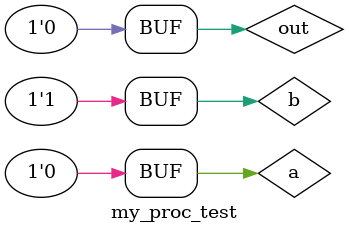
<source format=v>
`timescale 1ns / 1ps
module my_proc_test;
    reg a,b,out;
   initial begin
    a=1'b0;
    b=1'b0;
   #30 a=1'b1;
   #30 b=1'b1;
   #30 a=1'b0;
end
    always@(a,b)
    begin
     out= a&b;
 end
    
endmodule

</source>
